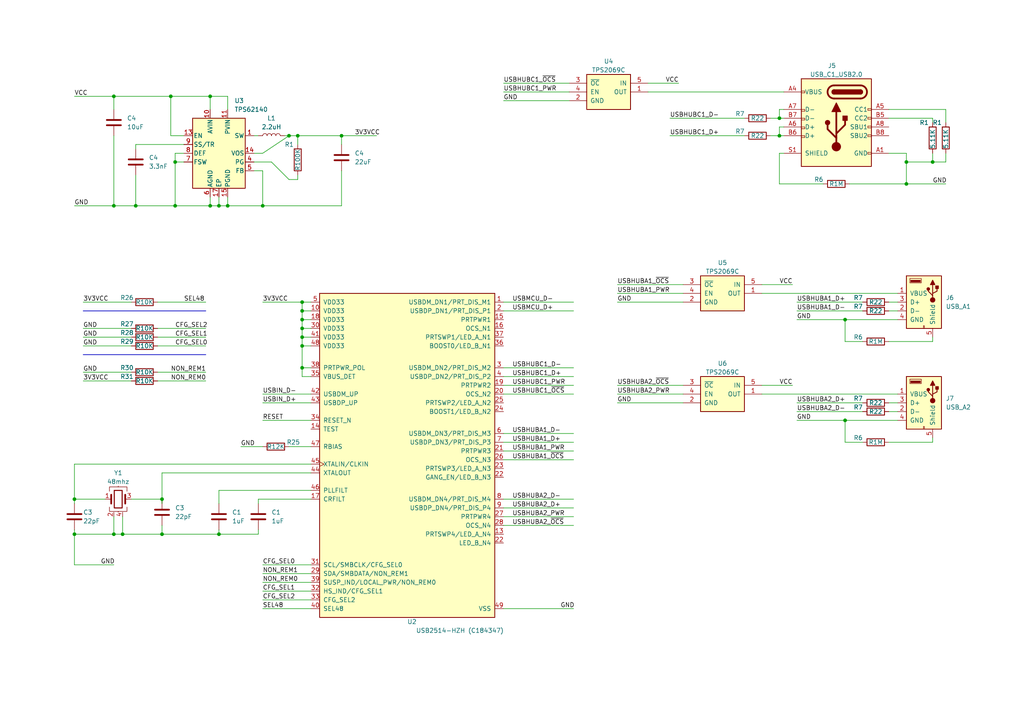
<source format=kicad_sch>
(kicad_sch (version 20230121) (generator eeschema)
  (paper "A4")
  (lib_symbols
    (symbol "Connector:USB_A" (pin_names (offset 1.016))
      (property "Reference" "J6" (at 6.35 1.27 0))
      (property "Value" "USB_A" (at 6.35 -1.27 0))
      (symbol "USB_A_0_1"
        (rectangle (start -5.08 7.62) (end 5.08 -7.62) (stroke (width 0.254)) (fill (type background)))
        (rectangle (start -3.81 6.35) (end -1.016 5.842) (fill (type outline)))
        (rectangle (start -0.762 5.588) (end -4.064 6.858))
        (rectangle (start -0.127 -7.62) (end 0.127 -6.858))
        (polyline (pts (xy 1.905 5.08) (xy 3.175 5.08) (xy 2.54 6.35) (xy 1.905 5.08)) (stroke (width 0.254)) (fill (type outline)))
        (polyline (pts (xy 2.54 1.27) (xy 2.54 1.905) (xy 1.27 3.175) (xy 1.27 3.81)) (stroke (width 0.254)))
        (polyline (pts (xy 2.54 1.905) (xy 2.54 2.54) (xy 3.81 3.175) (xy 3.81 4.445)) (stroke (width 0.254)))
        (circle (center 1.27 3.81) (radius 0.381) (stroke (width 0.254)) (fill (type outline)))
        (circle (center 2.54 0.635) (radius 0.635) (stroke (width 0.254)) (fill (type outline)))
        (rectangle (start 3.429 4.699) (end 4.191 3.937) (stroke (width 0.254)) (fill (type outline)))
      )
      (symbol "USB_A_1_1"
        (polyline (pts (xy 2.54 2.54) (xy 2.54 5.08)) (stroke (width 0.254)))
        (pin power_in line (at -7.62 2.54 0) (length 2.54) (name "VBUS") (number "1"))
        (pin bidirectional line (at -7.62 -2.54 0) (length 2.54) (name "D-") (number "2"))
        (pin bidirectional line (at -7.62 0 0) (length 2.54) (name "D+") (number "3"))
        (pin power_in line (at -7.62 -5.08 0) (length 2.54) (name "GND") (number "4"))
        (pin passive line (at 2.54 -10.16 90) (length 2.54) (name "Shield") (number "5"))
      )
    )
    (symbol "Connector:USB_C_Receptacle_USB2.0" (pin_names (offset 1.016))
      (property "Reference" "J5" (at -1.27 15.24 0))
      (property "Value" "USB_C1_USB2.0" (at 0 13.97 0))
      (symbol "USB_C_Receptacle_USB2.0_0_0"
        (rectangle (start -10.16 3.81) (end -9.144 3.302))
        (rectangle (start -10.16 8.636) (end -9.144 9.144))
        (rectangle (start -9.144 -3.81) (end -10.16 -4.318))
        (rectangle (start -9.144 -1.27) (end -10.16 -1.778))
        (rectangle (start -9.144 1.27) (end -10.16 0.762))
        (rectangle (start 10.16 -9.144) (end 9.144 -8.636))
        (rectangle (start 10.16 -3.556) (end 9.144 -4.064))
        (rectangle (start 10.16 -1.016) (end 9.144 -1.524))
        (rectangle (start 10.16 1.524) (end 9.144 1.016))
        (rectangle (start 10.16 4.064) (end 9.144 3.556))
      )
      (symbol "USB_C_Receptacle_USB2.0_0_1"
        (rectangle (start -10.16 12.7) (end 10.16 -12.7) (stroke (width 0.254)) (fill (type background)))
        (circle (center -2.54 0) (radius 0.635) (stroke (width 0.254)) (fill (type outline)))
        (arc (start -0.635 9.525) (mid -1.2673 8.89) (end -0.635 8.255) (stroke (width 0.254)))
        (arc (start -0.635 9.525) (mid -1.2673 8.89) (end -0.635 8.255) (stroke (width 0.254)) (fill (type outline)))
        (arc (start -0.635 10.795) (mid -2.5317 8.89) (end -0.635 6.985) (stroke (width 0.508)))
        (circle (center 0 -6.985) (radius 1.27) (fill (type outline)))
        (polyline (pts (xy -0.635 10.795) (xy 6.985 10.795)) (stroke (width 0.508)))
        (polyline (pts (xy 0 -6.985) (xy 0 3.175)) (stroke (width 0.508)))
        (polyline (pts (xy 6.985 6.985) (xy -0.635 6.985)) (stroke (width 0.508)))
        (polyline (pts (xy 0 -4.445) (xy -2.54 -1.905) (xy -2.54 -0.635)) (stroke (width 0.508)))
        (polyline (pts (xy 0 -3.175) (xy 2.54 -0.635) (xy 2.54 0.635)) (stroke (width 0.508)))
        (polyline (pts (xy -1.27 3.175) (xy 0 5.715) (xy 1.27 3.175) (xy -1.27 3.175)) (stroke (width 0.254)) (fill (type outline)))
        (rectangle (start 1.905 0.635) (end 3.175 1.905) (stroke (width 0.254)) (fill (type outline)))
        (arc (start 6.985 6.985) (mid 8.8817 8.89) (end 6.985 10.795) (stroke (width 0.508)))
        (rectangle (start 6.985 8.255) (end -0.635 9.525) (stroke (width 0.254)) (fill (type outline)))
        (arc (start 6.985 8.255) (mid 7.6173 8.89) (end 6.985 9.525) (stroke (width 0.254)))
        (arc (start 6.985 8.255) (mid 7.6173 8.89) (end 6.985 9.525) (stroke (width 0.254)) (fill (type outline)))
      )
      (symbol "USB_C_Receptacle_USB2.0_1_1"
        (pin passive line (at 15.24 -8.89 180) (length 5.08) (name "GND") (number "A1"))
        (pin passive line (at 15.24 -8.89 180) (length 5.08) hide (name "GND") (number "A12"))
        (pin passive line (at -15.24 8.89 0) (length 5.08) (name "VBUS") (number "A4"))
        (pin bidirectional line (at 15.24 3.81 180) (length 5.08) (name "CC1") (number "A5"))
        (pin bidirectional line (at -15.24 -1.27 0) (length 5.08) (name "D+") (number "A6"))
        (pin bidirectional line (at -15.24 3.81 0) (length 5.08) (name "D-") (number "A7"))
        (pin bidirectional line (at 15.24 -1.27 180) (length 5.08) (name "SBU1") (number "A8"))
        (pin passive line (at -15.24 8.89 0) (length 5.08) hide (name "VBUS") (number "A9"))
        (pin passive line (at 15.24 -8.89 180) (length 5.08) hide (name "GND") (number "B1"))
        (pin passive line (at 15.24 -8.89 180) (length 5.08) hide (name "GND") (number "B12"))
        (pin passive line (at -15.24 8.89 0) (length 5.08) hide (name "VBUS") (number "B4"))
        (pin bidirectional line (at 15.24 1.27 180) (length 5.08) (name "CC2") (number "B5"))
        (pin bidirectional line (at -15.24 -3.81 0) (length 5.08) (name "D+") (number "B6"))
        (pin bidirectional line (at -15.24 1.27 0) (length 5.08) (name "D-") (number "B7"))
        (pin bidirectional line (at 15.24 -3.81 180) (length 5.08) (name "SBU2") (number "B8"))
        (pin passive line (at -15.24 8.89 0) (length 5.08) hide (name "VBUS") (number "B9"))
        (pin passive line (at -15.24 -8.89 0) (length 5.08) (name "SHIELD") (number "S1"))
      )
    )
    (symbol "Device:C" (pin_numbers hide) (pin_names (offset 0.254))
      (property "Reference" "C" (at 0.635 2.54 0))
      (property "Value" "C" (at 0.635 -2.54 0))
      (symbol "C_0_1"
        (polyline (pts (xy -2.032 -0.762) (xy 2.032 -0.762)) (stroke (width 0.508)))
        (polyline (pts (xy -2.032 0.762) (xy 2.032 0.762)) (stroke (width 0.508)))
      )
      (symbol "C_1_1"
        (pin passive line (at 0 3.81 270) (length 2.794) (name "~") (number "1"))
        (pin passive line (at 0 -3.81 90) (length 2.794) (name "~") (number "2"))
      )
    )
    (symbol "Device:Crystal_GND24" (pin_names (offset 1.016) hide)
      (property "Reference" "Y1" (at 11.43 4.1909 0))
      (property "Value" "Crystal_GND24" (at 11.43 1.6509 0))
      (symbol "Crystal_GND24_0_1"
        (rectangle (start -1.143 2.54) (end 1.143 -2.54) (stroke (width 0.3048)))
        (polyline (pts (xy -2.54 0) (xy -2.032 0)))
        (polyline (pts (xy -2.032 -1.27) (xy -2.032 1.27)) (stroke (width 0.508)))
        (polyline (pts (xy 0 -3.81) (xy 0 -3.556)))
        (polyline (pts (xy 0 3.556) (xy 0 3.81)))
        (polyline (pts (xy 2.032 -1.27) (xy 2.032 1.27)) (stroke (width 0.508)))
        (polyline (pts (xy 2.032 0) (xy 2.54 0)))
        (polyline (pts (xy -2.54 -2.286) (xy -2.54 -3.556) (xy 2.54 -3.556) (xy 2.54 -2.286)))
        (polyline (pts (xy -2.54 2.286) (xy -2.54 3.556) (xy 2.54 3.556) (xy 2.54 2.286)))
      )
      (symbol "Crystal_GND24_1_1"
        (pin passive line (at -3.81 0 0) (length 1.27) (name "1") (number "1"))
        (pin passive line (at -1.27 -5.08 90) (length 1.27) (name "2") (number "2"))
        (pin passive line (at 3.81 0 180) (length 1.27) (name "3") (number "3"))
        (pin passive line (at 1.27 -5.08 90) (length 1.27) (name "4") (number "4"))
      )
    )
    (symbol "Device:L" (pin_numbers hide) (pin_names (offset 1.016) hide)
      (property "Reference" "L" (at -1.27 0 90))
      (property "Value" "L" (at 1.905 0 90))
      (symbol "L_0_1"
        (arc (start 0 -2.54) (mid 0.6323 -1.905) (end 0 -1.27))
        (arc (start 0 -1.27) (mid 0.6323 -0.635) (end 0 0))
        (arc (start 0 0) (mid 0.6323 0.635) (end 0 1.27))
        (arc (start 0 1.27) (mid 0.6323 1.905) (end 0 2.54))
      )
      (symbol "L_1_1"
        (pin passive line (at 0 3.81 270) (length 1.27) (name "1") (number "1"))
        (pin passive line (at 0 -3.81 90) (length 1.27) (name "2") (number "2"))
      )
    )
    (symbol "Device:R" (pin_numbers hide) (pin_names (offset 0))
      (property "Reference" "R" (at 2.032 0 90))
      (property "Value" "R" (at 0 0 90))
      (symbol "R_0_1"
        (rectangle (start -1.016 -2.54) (end 1.016 2.54) (stroke (width 0.254)))
      )
      (symbol "R_1_1"
        (pin passive line (at 0 3.81 270) (length 1.27) (name "~") (number "1"))
        (pin passive line (at 0 -3.81 90) (length 1.27) (name "~") (number "2"))
      )
    )
    (symbol "Interface_USB:USB2514B_Bi" (pin_names (offset 1.016))
      (property "Reference" "U2" (at 0 -48.26 0))
      (property "Value" "USB2514-HZH (C184347)" (at 2.54 -50.8 0))
      (symbol "USB2514B_Bi_0_1"
        (rectangle (start -25.4 46.99) (end 25.4 -46.99) (stroke (width 0.254)) (fill (type background)))
      )
      (symbol "USB2514B_Bi_1_1"
        (pin bidirectional line (at 27.94 44.45 180) (length 2.54) (name "USBDM_DN1/PRT_DIS_M1") (number "1"))
        (pin power_in line (at -27.94 41.91 0) (length 2.54) (name "VDD33") (number "10"))
        (pin bidirectional line (at 27.94 -22.86 180) (length 2.54) (name "PRTSWP4/LED_A_N4") (number "13"))
        (pin input line (at -27.94 7.62 0) (length 2.54) (name "TEST") (number "14"))
        (pin bidirectional line (at 27.94 39.37 180) (length 2.54) (name "PRTPWR1") (number "15"))
        (pin input line (at 27.94 36.83 180) (length 2.54) (name "OCS_N1") (number "16"))
        (pin input line (at -27.94 -12.7 0) (length 2.54) (name "CRFILT") (number "17"))
        (pin power_in line (at -27.94 39.37 0) (length 2.54) (name "VDD33") (number "18"))
        (pin bidirectional line (at 27.94 20.32 180) (length 2.54) (name "PRTPWR2") (number "19"))
        (pin bidirectional line (at 27.94 41.91 180) (length 2.54) (name "USBDP_DN1/PRT_DIS_P1") (number "2"))
        (pin input line (at 27.94 17.78 180) (length 2.54) (name "OCS_N2") (number "20"))
        (pin bidirectional line (at 27.94 1.27 180) (length 2.54) (name "PRTPWR3") (number "21"))
        (pin bidirectional line (at 27.94 -6.35 180) (length 2.54) (name "GANG_EN/LED_B_N3") (number "22"))
        (pin bidirectional line (at 27.94 -25.4 180) (length 2.54) (name "LED_B_N4") (number "22"))
        (pin bidirectional line (at 27.94 -3.81 180) (length 2.54) (name "PRTSWP3/LED_A_N3") (number "23"))
        (pin bidirectional line (at 27.94 12.7 180) (length 2.54) (name "BOOST1/LED_B_N2") (number "24"))
        (pin bidirectional line (at 27.94 15.24 180) (length 2.54) (name "PRTSWP2/LED_A_N2") (number "25"))
        (pin input line (at 27.94 -1.27 180) (length 2.54) (name "OCS_N3") (number "26"))
        (pin bidirectional line (at 27.94 -17.78 180) (length 2.54) (name "PRTPWR4") (number "27"))
        (pin input line (at 27.94 -20.32 180) (length 2.54) (name "OCS_N4") (number "28"))
        (pin bidirectional line (at -27.94 -34.29 0) (length 2.54) (name "SDA/SMBDATA/NON_REM1") (number "29"))
        (pin bidirectional line (at 27.94 25.4 180) (length 2.54) (name "USBDM_DN2/PRT_DIS_M2") (number "3"))
        (pin power_in line (at -27.94 36.83 0) (length 2.54) (name "VDD33") (number "30"))
        (pin bidirectional line (at -27.94 -31.75 0) (length 2.54) (name "SCL/SMBCLK/CFG_SEL0") (number "31"))
        (pin bidirectional line (at -27.94 -39.37 0) (length 2.54) (name "HS_IND/CFG_SEL1") (number "32"))
        (pin bidirectional line (at -27.94 -41.91 0) (length 2.54) (name "CFG_SEL2") (number "33"))
        (pin input line (at -27.94 10.16 0) (length 2.54) (name "RESET_N") (number "34"))
        (pin input line (at -27.94 22.86 0) (length 2.54) (name "VBUS_DET") (number "35"))
        (pin bidirectional line (at 27.94 31.75 180) (length 2.54) (name "BOOST0/LED_B_N1") (number "36"))
        (pin bidirectional line (at 27.94 34.29 180) (length 2.54) (name "PRTSWP1/LED_A_N1") (number "37"))
        (pin input line (at -27.94 25.4 0) (length 2.54) (name "PRTPWR_POL") (number "38"))
        (pin bidirectional line (at -27.94 -36.83 0) (length 2.54) (name "SUSP_IND/LOCAL_PWR/NON_REM0") (number "39"))
        (pin bidirectional line (at 27.94 22.86 180) (length 2.54) (name "USBDP_DN2/PRT_DIS_P2") (number "4"))
        (pin bidirectional line (at -27.94 -44.45 0) (length 2.54) (name "SEL48") (number "40"))
        (pin power_in line (at -27.94 34.29 0) (length 2.54) (name "VDD33") (number "41"))
        (pin bidirectional line (at -27.94 17.78 0) (length 2.54) (name "USBDM_UP") (number "42"))
        (pin bidirectional line (at -27.94 15.24 0) (length 2.54) (name "USBDP_UP") (number "43"))
        (pin output line (at -27.94 -5.08 0) (length 2.54) (name "XTALOUT") (number "44"))
        (pin input clock (at -27.94 -2.54 0) (length 2.54) (name "XTALIN/CLKIN") (number "45"))
        (pin input line (at -27.94 -10.16 0) (length 2.54) (name "PLLFILT") (number "46"))
        (pin input line (at -27.94 2.54 0) (length 2.54) (name "RBIAS") (number "47"))
        (pin power_in line (at -27.94 31.75 0) (length 2.54) (name "VDD33") (number "48"))
        (pin power_in line (at 27.94 -44.45 180) (length 2.54) (name "VSS") (number "49"))
        (pin power_in line (at -27.94 44.45 0) (length 2.54) (name "VDD33") (number "5"))
        (pin bidirectional line (at 27.94 6.35 180) (length 2.54) (name "USBDM_DN3/PRT_DIS_M3") (number "6"))
        (pin bidirectional line (at 27.94 3.81 180) (length 2.54) (name "USBDP_DN3/PRT_DIS_P3") (number "7"))
        (pin bidirectional line (at 27.94 -12.7 180) (length 2.54) (name "USBDM_DN4/PRT_DIS_M4") (number "8"))
        (pin bidirectional line (at 27.94 -15.24 180) (length 2.54) (name "USBDP_DN4/PRT_DIS_P4") (number "9"))
      )
    )
    (symbol "Power_Management:TPS2041B" (pin_names (offset 1.016))
      (property "Reference" "U4" (at 0 8.89 0))
      (property "Value" "TPS2069C" (at 0 6.35 0))
      (symbol "TPS2041B_0_1"
        (rectangle (start -6.35 5.08) (end 6.35 -5.08) (stroke (width 0.254)) (fill (type background)))
      )
      (symbol "TPS2041B_1_1"
        (pin power_out line (at 11.43 0 180) (length 5.08) (name "OUT") (number "1"))
        (pin power_in line (at -11.43 -2.54 0) (length 5.08) (name "GND") (number "2"))
        (pin open_collector line (at -11.43 2.54 0) (length 5.08) (name "~{OC}") (number "3"))
        (pin input line (at -11.43 0 0) (length 5.08) (name "EN") (number "4"))
        (pin power_in line (at 11.43 2.54 180) (length 5.08) (name "IN") (number "5"))
      )
    )
    (symbol "R_1" (pin_numbers hide) (pin_names (offset 0))
      (property "Reference" "R35" (at -1.27 2.54 90))
      (property "Value" "5.11K" (at 0 -3.81 90))
      (symbol "R_1_0_1"
        (rectangle (start -1.016 2.54) (end 1.016 -3.81) (stroke (width 0.254)))
      )
      (symbol "R_1_1_1"
        (pin passive line (at 0 3.81 270) (length 1.27) (name "~") (number "1"))
        (pin passive line (at 0 -5.08 90) (length 1.27) (name "~") (number "2"))
      )
    )
    (symbol "Regulator_Switching:TPS62140" (pin_names (offset 0.254))
      (property "Reference" "U" (at 3.81 13.97 0))
      (property "Value" "TPS62140" (at 3.81 11.43 0))
      (symbol "TPS62140_0_1"
        (rectangle (start -7.62 10.16) (end 7.62 -10.16) (stroke (width 0.254)) (fill (type background)))
      )
      (symbol "TPS62140_1_1"
        (pin output line (at 10.16 5.08 180) (length 2.54) (name "SW") (number "1"))
        (pin power_in line (at -2.54 12.7 270) (length 2.54) (name "AVIN") (number "10"))
        (pin power_in line (at 2.54 12.7 270) (length 2.54) (name "PVIN") (number "11"))
        (pin passive line (at 2.54 12.7 270) (length 2.54) hide (name "PVIN") (number "12"))
        (pin input line (at -10.16 5.08 0) (length 2.54) (name "EN") (number "13"))
        (pin input line (at 10.16 0 180) (length 2.54) (name "VOS") (number "14"))
        (pin power_in line (at 2.54 -12.7 90) (length 2.54) (name "PGND") (number "15"))
        (pin passive line (at 2.54 -12.7 90) (length 2.54) hide (name "PGND") (number "16"))
        (pin power_in line (at 0 -12.7 90) (length 2.54) (name "EP") (number "17"))
        (pin passive line (at 10.16 5.08 180) (length 2.54) hide (name "SW") (number "2"))
        (pin passive line (at 10.16 5.08 180) (length 2.54) hide (name "SW") (number "3"))
        (pin open_collector line (at 10.16 -2.54 180) (length 2.54) (name "PG") (number "4"))
        (pin input line (at 10.16 -5.08 180) (length 2.54) (name "FB") (number "5"))
        (pin power_in line (at -2.54 -12.7 90) (length 2.54) (name "AGND") (number "6"))
        (pin input line (at -10.16 -2.54 0) (length 2.54) (name "FSW") (number "7"))
        (pin input line (at -10.16 0 0) (length 2.54) (name "DEF") (number "8"))
        (pin input line (at -10.16 2.54 0) (length 2.54) (name "SS/TR") (number "9"))
      )
    )
  )
  (junction (at 21.59 154.94))
  (junction (at 60.96 59.69))
  (junction (at 87.63 106.68))
  (junction (at 39.37 59.69))
  (junction (at 87.63 90.17))
  (junction (at 245.11 92.71))
  (junction (at 50.8 59.69))
  (junction (at 33.02 154.94))
  (junction (at 87.63 97.79))
  (junction (at 226.06 34.29))
  (junction (at 99.06 39.37))
  (junction (at 87.63 92.71))
  (junction (at 50.8 46.99))
  (junction (at 226.06 39.37))
  (junction (at 60.96 27.94))
  (junction (at 83.82 39.37))
  (junction (at 46.99 154.94))
  (junction (at 63.5 154.94))
  (junction (at 87.63 95.25))
  (junction (at 35.56 154.94))
  (junction (at 33.02 27.94))
  (junction (at 66.04 59.69))
  (junction (at 63.5 59.69))
  (junction (at 49.53 27.94))
  (junction (at 33.02 59.69))
  (junction (at 270.51 46.99))
  (junction (at 21.59 144.78))
  (junction (at 87.63 87.63))
  (junction (at 245.11 121.92))
  (junction (at 262.89 53.34))
  (junction (at 87.63 100.33))
  (junction (at 86.36 39.37))
  (junction (at 46.99 144.78))
  (junction (at 262.89 46.99))
  (junction (at 76.2 59.69))
  (wire (pts (xy 76.2 116.84) (xy 90.17 116.84)))
  (wire (pts (xy 66.04 31.75) (xy 66.04 27.94)))
  (wire (pts (xy 90.17 92.71) (xy 87.63 92.71)))
  (wire (pts (xy 21.59 144.78) (xy 30.48 144.78)))
  (wire (pts (xy 245.11 99.06) (xy 245.11 92.71)))
  (wire (pts (xy 187.96 24.13) (xy 196.85 24.13)))
  (wire (pts (xy 63.5 142.24) (xy 63.5 146.05)))
  (wire (pts (xy 146.05 111.76) (xy 166.37 111.76)))
  (wire (pts (xy 187.96 26.67) (xy 227.33 26.67)))
  (wire (pts (xy 227.33 39.37) (xy 226.06 39.37)))
  (wire (pts (xy 179.07 111.76) (xy 198.12 111.76)))
  (wire (pts (xy 69.85 129.54) (xy 76.2 129.54)))
  (wire (pts (xy 63.5 154.94) (xy 46.99 154.94)))
  (wire (pts (xy 226.06 53.34) (xy 238.76 53.34)))
  (wire (pts (xy 146.05 133.35) (xy 166.37 133.35)))
  (wire (pts (xy 83.82 129.54) (xy 90.17 129.54)))
  (wire (pts (xy 257.81 128.27) (xy 270.51 128.27)))
  (wire (pts (xy 223.52 39.37) (xy 226.06 39.37)))
  (wire (pts (xy 245.11 92.71) (xy 260.35 92.71)))
  (wire (pts (xy 262.89 46.99) (xy 270.51 46.99)))
  (wire (pts (xy 194.31 34.29) (xy 215.9 34.29)))
  (wire (pts (xy 63.5 57.15) (xy 63.5 59.69)))
  (wire (pts (xy 226.06 31.75) (xy 227.33 31.75)))
  (wire (pts (xy 33.02 149.86) (xy 33.02 154.94)))
  (wire (pts (xy 33.02 27.94) (xy 33.02 31.75)))
  (wire (pts (xy 60.96 31.75) (xy 60.96 27.94)))
  (wire (pts (xy 50.8 44.45) (xy 50.8 46.99)))
  (wire (pts (xy 21.59 59.69) (xy 33.02 59.69)))
  (wire (pts (xy 76.2 168.91) (xy 90.17 168.91)))
  (wire (pts (xy 257.81 99.06) (xy 270.51 99.06)))
  (wire (pts (xy 99.06 49.53) (xy 99.06 59.69)))
  (wire (pts (xy 39.37 50.8) (xy 39.37 59.69)))
  (wire (pts (xy 262.89 46.99) (xy 262.89 44.45)))
  (wire (pts (xy 87.63 106.68) (xy 90.17 106.68)))
  (wire (pts (xy 223.52 34.29) (xy 226.06 34.29)))
  (wire (pts (xy 60.96 59.69) (xy 60.96 57.15)))
  (wire (pts (xy 76.2 49.53) (xy 76.2 59.69)))
  (wire (pts (xy 270.51 99.06) (xy 270.51 97.79)))
  (wire (pts (xy 87.63 109.22) (xy 87.63 106.68)))
  (wire (pts (xy 226.06 36.83) (xy 227.33 36.83)))
  (wire (pts (xy 53.34 39.37) (xy 49.53 39.37)))
  (wire (pts (xy 99.06 41.91) (xy 99.06 39.37)))
  (wire (pts (xy 231.14 92.71) (xy 245.11 92.71)))
  (wire (pts (xy 226.06 44.45) (xy 226.06 53.34)))
  (wire (pts (xy 90.17 142.24) (xy 63.5 142.24)))
  (wire (pts (xy 146.05 128.27) (xy 166.37 128.27)))
  (wire (pts (xy 220.98 114.3) (xy 260.35 114.3)))
  (wire (pts (xy 87.63 100.33) (xy 87.63 106.68)))
  (wire (pts (xy 66.04 27.94) (xy 60.96 27.94)))
  (wire (pts (xy 45.72 97.79) (xy 59.69 97.79)))
  (wire (pts (xy 220.98 85.09) (xy 260.35 85.09)))
  (wire (pts (xy 73.66 44.45) (xy 76.2 44.45)))
  (wire (pts (xy 21.59 27.94) (xy 33.02 27.94)))
  (wire (pts (xy 21.59 134.62) (xy 90.17 134.62)))
  (wire (pts (xy 146.05 144.78) (xy 166.37 144.78)))
  (wire (pts (xy 49.53 39.37) (xy 49.53 27.94)))
  (wire (pts (xy 76.2 114.3) (xy 90.17 114.3)))
  (wire (pts (xy 270.51 34.29) (xy 270.51 35.56)))
  (wire (pts (xy 179.07 114.3) (xy 198.12 114.3)))
  (wire (pts (xy 146.05 125.73) (xy 166.37 125.73)))
  (wire (pts (xy 220.98 82.55) (xy 229.87 82.55)))
  (wire (pts (xy 270.51 128.27) (xy 270.51 127)))
  (wire (pts (xy 21.59 146.05) (xy 21.59 144.78)))
  (wire (pts (xy 74.93 39.37) (xy 73.66 39.37)))
  (wire (pts (xy 60.96 27.94) (xy 49.53 27.94)))
  (wire (pts (xy 146.05 176.53) (xy 166.37 176.53)))
  (wire (pts (xy 146.05 90.17) (xy 166.37 90.17)))
  (wire (pts (xy 245.11 121.92) (xy 260.35 121.92)))
  (wire (pts (xy 39.37 59.69) (xy 50.8 59.69)))
  (wire (pts (xy 63.5 153.67) (xy 63.5 154.94)))
  (wire (pts (xy 262.89 53.34) (xy 274.32 53.34)))
  (wire (pts (xy 87.63 97.79) (xy 90.17 97.79)))
  (wire (pts (xy 45.72 95.25) (xy 59.69 95.25)))
  (wire (pts (xy 99.06 39.37) (xy 109.22 39.37)))
  (wire (pts (xy 87.63 90.17) (xy 87.63 92.71)))
  (wire (pts (xy 24.13 95.25) (xy 38.1 95.25)))
  (wire (pts (xy 76.2 171.45) (xy 90.17 171.45)))
  (wire (pts (xy 250.19 128.27) (xy 245.11 128.27)))
  (wire (pts (xy 257.81 116.84) (xy 260.35 116.84)))
  (wire (pts (xy 76.2 176.53) (xy 90.17 176.53)))
  (wire (pts (xy 21.59 154.94) (xy 21.59 153.67)))
  (wire (pts (xy 74.93 154.94) (xy 63.5 154.94)))
  (wire (pts (xy 24.13 107.95) (xy 38.1 107.95)))
  (wire (pts (xy 24.13 87.63) (xy 38.1 87.63)))
  (wire (pts (xy 257.81 90.17) (xy 260.35 90.17)))
  (wire (pts (xy 220.98 111.76) (xy 229.87 111.76)))
  (wire (pts (xy 90.17 144.78) (xy 74.93 144.78)))
  (wire (pts (xy 231.14 119.38) (xy 250.19 119.38)))
  (wire (pts (xy 35.56 149.86) (xy 35.56 154.94)))
  (wire (pts (xy 76.2 87.63) (xy 87.63 87.63)))
  (wire (pts (xy 226.06 34.29) (xy 226.06 31.75)))
  (wire (pts (xy 231.14 116.84) (xy 250.19 116.84)))
  (wire (pts (xy 82.55 39.37) (xy 83.82 39.37)))
  (wire (pts (xy 45.72 110.49) (xy 59.69 110.49)))
  (wire (pts (xy 231.14 121.92) (xy 245.11 121.92)))
  (wire (pts (xy 87.63 87.63) (xy 87.63 90.17)))
  (wire (pts (xy 53.34 46.99) (xy 50.8 46.99)))
  (wire (pts (xy 90.17 95.25) (xy 87.63 95.25)))
  (wire (pts (xy 146.05 152.4) (xy 166.37 152.4)))
  (wire (pts (xy 257.81 31.75) (xy 274.32 31.75)))
  (wire (pts (xy 46.99 144.78) (xy 46.99 137.16)))
  (wire (pts (xy 83.82 52.07) (xy 86.36 52.07)))
  (wire (pts (xy 270.51 44.45) (xy 270.51 46.99)))
  (wire (pts (xy 179.07 82.55) (xy 198.12 82.55)))
  (wire (pts (xy 274.32 31.75) (xy 274.32 35.56)))
  (wire (pts (xy 99.06 59.69) (xy 76.2 59.69)))
  (wire (pts (xy 194.31 39.37) (xy 215.9 39.37)))
  (wire (pts (xy 73.66 49.53) (xy 76.2 49.53)))
  (wire (pts (xy 90.17 87.63) (xy 87.63 87.63)))
  (wire (pts (xy 146.05 149.86) (xy 166.37 149.86)))
  (wire (pts (xy 35.56 154.94) (xy 46.99 154.94)))
  (wire (pts (xy 246.38 53.34) (xy 262.89 53.34)))
  (wire (pts (xy 76.2 121.92) (xy 90.17 121.92)))
  (wire (pts (xy 90.17 109.22) (xy 87.63 109.22)))
  (wire (pts (xy 250.19 99.06) (xy 245.11 99.06)))
  (wire (pts (xy 33.02 154.94) (xy 35.56 154.94)))
  (wire (pts (xy 257.81 87.63) (xy 260.35 87.63)))
  (wire (pts (xy 227.33 44.45) (xy 226.06 44.45)))
  (wire (pts (xy 146.05 147.32) (xy 166.37 147.32)))
  (wire (pts (xy 76.2 163.83) (xy 90.17 163.83)))
  (wire (pts (xy 21.59 163.83) (xy 33.02 163.83)))
  (wire (pts (xy 257.81 34.29) (xy 270.51 34.29)))
  (wire (pts (xy 45.72 87.63) (xy 59.69 87.63)))
  (wire (pts (xy 274.32 44.45) (xy 274.32 46.99)))
  (wire (pts (xy 76.2 44.45) (xy 83.82 39.37)))
  (wire (pts (xy 33.02 39.37) (xy 33.02 59.69)))
  (wire (pts (xy 24.13 110.49) (xy 38.1 110.49)))
  (wire (pts (xy 76.2 166.37) (xy 90.17 166.37)))
  (wire (pts (xy 227.33 34.29) (xy 226.06 34.29)))
  (wire (pts (xy 86.36 41.91) (xy 86.36 39.37)))
  (wire (pts (xy 78.74 46.99) (xy 83.82 52.07)))
  (wire (pts (xy 53.34 41.91) (xy 39.37 41.91)))
  (wire (pts (xy 45.72 107.95) (xy 59.69 107.95)))
  (wire (pts (xy 46.99 152.4) (xy 46.99 154.94)))
  (wire (pts (xy 146.05 29.21) (xy 165.1 29.21)))
  (wire (pts (xy 45.72 100.33) (xy 59.69 100.33)))
  (wire (pts (xy 33.02 27.94) (xy 49.53 27.94)))
  (wire (pts (xy 87.63 100.33) (xy 87.63 97.79)))
  (wire (pts (xy 226.06 39.37) (xy 226.06 36.83)))
  (wire (pts (xy 21.59 134.62) (xy 21.59 144.78)))
  (wire (pts (xy 90.17 100.33) (xy 87.63 100.33)))
  (wire (pts (xy 270.51 46.99) (xy 274.32 46.99)))
  (wire (pts (xy 74.93 144.78) (xy 74.93 146.05)))
  (wire (pts (xy 38.1 144.78) (xy 46.99 144.78)))
  (wire (pts (xy 46.99 146.05) (xy 46.99 144.78)))
  (wire (pts (xy 24.13 100.33) (xy 38.1 100.33)))
  (wire (pts (xy 146.05 130.81) (xy 166.37 130.81)))
  (wire (pts (xy 39.37 41.91) (xy 39.37 43.18)))
  (wire (pts (xy 66.04 57.15) (xy 66.04 59.69)))
  (wire (pts (xy 179.07 87.63) (xy 198.12 87.63)))
  (wire (pts (xy 146.05 109.22) (xy 166.37 109.22)))
  (wire (pts (xy 21.59 154.94) (xy 33.02 154.94)))
  (wire (pts (xy 86.36 52.07) (xy 86.36 50.8)))
  (wire (pts (xy 90.17 90.17) (xy 87.63 90.17)))
  (wire (pts (xy 76.2 59.69) (xy 66.04 59.69)))
  (wire (pts (xy 231.14 87.63) (xy 250.19 87.63)))
  (wire (pts (xy 53.34 44.45) (xy 50.8 44.45)))
  (wire (pts (xy 87.63 95.25) (xy 87.63 97.79)))
  (wire (pts (xy 146.05 114.3) (xy 166.37 114.3)))
  (wire (pts (xy 63.5 59.69) (xy 60.96 59.69)))
  (wire (pts (xy 83.82 39.37) (xy 86.36 39.37)))
  (wire (pts (xy 86.36 39.37) (xy 99.06 39.37)))
  (wire (pts (xy 50.8 59.69) (xy 60.96 59.69)))
  (wire (pts (xy 245.11 128.27) (xy 245.11 121.92)))
  (wire (pts (xy 66.04 59.69) (xy 63.5 59.69)))
  (wire (pts (xy 146.05 106.68) (xy 166.37 106.68)))
  (wire (pts (xy 76.2 173.99) (xy 90.17 173.99)))
  (wire (pts (xy 50.8 46.99) (xy 50.8 59.69)))
  (wire (pts (xy 74.93 153.67) (xy 74.93 154.94)))
  (wire (pts (xy 231.14 90.17) (xy 250.19 90.17)))
  (wire (pts (xy 39.37 59.69) (xy 33.02 59.69)))
  (wire (pts (xy 146.05 26.67) (xy 165.1 26.67)))
  (wire (pts (xy 262.89 46.99) (xy 262.89 53.34)))
  (wire (pts (xy 24.13 97.79) (xy 38.1 97.79)))
  (wire (pts (xy 179.07 85.09) (xy 198.12 85.09)))
  (wire (pts (xy 257.81 119.38) (xy 260.35 119.38)))
  (wire (pts (xy 146.05 24.13) (xy 165.1 24.13)))
  (wire (pts (xy 179.07 116.84) (xy 198.12 116.84)))
  (wire (pts (xy 46.99 137.16) (xy 90.17 137.16)))
  (wire (pts (xy 73.66 46.99) (xy 78.74 46.99)))
  (wire (pts (xy 21.59 154.94) (xy 21.59 163.83)))
  (wire (pts (xy 257.81 44.45) (xy 262.89 44.45)))
  (wire (pts (xy 146.05 87.63) (xy 166.37 87.63)))
  (wire (pts (xy 87.63 92.71) (xy 87.63 95.25)))
  (rectangle (start 24.13 102.87) (end 59.69 102.87) (stroke (width 0.2)))
  (rectangle (start 24.13 90.17) (end 59.69 90.17) (stroke (width 0.2)))
  (label "NON_REM1" (at 49.53 107.95 0))
  (label "USBHUBA2_~{OCS}" (at 179.07 111.76 0))
  (label "GND" (at 270.51 53.34 0))
  (label "3V3VCC" (at 76.2 87.63 0))
  (label "3V3VCC" (at 102.87 39.37 0))
  (label "USBHUBC1_D-" (at 148.59 106.68 0))
  (label "3V3VCC" (at 24.13 110.49 0))
  (label "GND" (at 69.85 129.54 0))
  (label "USBHUBC1_PWR" (at 146.05 26.67 0))
  (label "CFG_SEL2" (at 76.2 173.99 0))
  (label "GND" (at 162.56 176.53 0))
  (label "VCC" (at 226.06 111.76 0))
  (label "GND" (at 24.13 95.25 0))
  (label "VCC" (at 193.04 24.13 0))
  (label "USBHUBA1_D-" (at 231.14 90.17 0))
  (label "USBHUBA1_~{OCS}" (at 148.59 133.35 0))
  (label "VCC" (at 21.59 27.94 0))
  (label "USBHUBA1_~{OCS}" (at 179.07 82.55 0))
  (label "CFG_SEL1" (at 76.2 171.45 0))
  (label "GND" (at 179.07 116.84 0))
  (label "GND" (at 231.14 121.92 0))
  (label "GND" (at 231.14 92.71 0))
  (label "USBMCU_D+" (at 148.59 90.17 0))
  (label "CFG_SEL0" (at 76.2 163.83 0))
  (label "NON_REM0" (at 49.53 110.49 0))
  (label "CFG_SEL0" (at 50.8 100.33 0))
  (label "GND" (at 21.59 59.69 0))
  (label "USBHUBA2_D+" (at 231.14 116.84 0))
  (label "GND" (at 179.07 87.63 0))
  (label "USBHUBC1_~{OCS}" (at 146.05 24.13 0))
  (label "USBIN_D+" (at 76.2 116.84 0))
  (label "NON_REM1" (at 76.2 166.37 0))
  (label "3V3VCC" (at 24.13 87.63 0))
  (label "GND" (at 24.13 100.33 0))
  (label "NON_REM0" (at 76.2 168.91 0))
  (label "RESET" (at 76.2 121.92 0))
  (label "USBIN_D-" (at 76.2 114.3 0))
  (label "USBHUBC1_PWR" (at 148.59 111.76 0))
  (label "USBHUBA2_D-" (at 148.59 144.78 0))
  (label "USBHUBC1_~{OCS}" (at 148.59 114.3 0))
  (label "USBHUBC1_D+" (at 194.31 39.37 0))
  (label "USBHUBA1_PWR" (at 179.07 85.09 0))
  (label "GND" (at 24.13 107.95 0))
  (label "VCC" (at 226.06 82.55 0))
  (label "USBHUBA1_D-" (at 148.59 125.73 0))
  (label "USBHUBA2_PWR" (at 179.07 114.3 0))
  (label "USBHUBA2_D-" (at 231.14 119.38 0))
  (label "CFG_SEL1" (at 50.8 97.79 0))
  (label "USBHUBA2_PWR" (at 148.59 149.86 0))
  (label "USBHUBA1_D+" (at 231.14 87.63 0))
  (label "USBHUBA2_~{OCS}" (at 148.59 152.4 0))
  (label "CFG_SEL2" (at 50.8 95.25 0))
  (label "USBHUBA1_PWR" (at 148.59 130.81 0))
  (label "GND" (at 146.05 29.21 0))
  (label "USBHUBC1_D-" (at 194.31 34.29 0))
  (label "SEL48" (at 53.34 87.63 0))
  (label "GND" (at 24.13 97.79 0))
  (label "GND" (at 29.21 163.83 0))
  (label "USBHUBA1_D+" (at 148.59 128.27 0))
  (label "USBHUBC1_D+" (at 148.59 109.22 0))
  (label "USBMCU_D-" (at 148.59 87.63 0))
  (label "USBHUBA2_D+" (at 148.59 147.32 0))
  (label "SEL48" (at 76.2 176.53 0))
  (symbol (lib_name "R_1") (lib_id "Device:R") (at 86.36 45.72 0) (unit 1)
    (property "Reference" "R1" (at 82.55 41.91 0) (effects (justify left)))
    (property "Value" "R100K" (at 86.36 49.53 90) (effects (justify left)))
    (property "Footprint" "Resistor_SMD:R_0402_1005Metric" (effects hide))
    (instances (project "keyboard" (path "" (reference "R1") (unit 1)) (path "" (reference "R24") (unit 1)) (path "" (reference "R60") (unit 1))))
  )
  (symbol (lib_name "R_1") (lib_id "Device:R") (at 274.32 39.37 0) (unit 1)
    (property "Reference" "R1" (at 270.51 35.56 0) (effects (justify left)))
    (property "Value" "5.11K" (at 274.32 43.18 90) (effects (justify left)))
    (property "Footprint" "Resistor_SMD:R_0402_1005Metric" (effects hide))
    (instances (project "keyboard" (path "" (reference "R1") (unit 1)) (path "" (reference "R36") (unit 1)) (path "" (reference "R61") (unit 1))))
  )
  (symbol (lib_id "Interface_USB:USB2514B_Bi") (at 118.11 132.08 0) (unit 1)
    (property "Reference" "U2" (at 118.11 180.34 0) (effects (justify left)))
    (property "Value" "USB2514-HZH (C184347)" (at 120.65 182.88 0) (effects (justify left)))
    (property "Footprint" "Package_DFN_QFN:VQFN-48-1EP_7x7mm_P0.5mm_EP4.1x4.1mm_ThermalVias" (effects hide))
    (property "Datasheet" "http://ww1.microchip.com/downloads/en/DeviceDoc/00001692C.pdf" (effects hide))
    (instances (project "keyboard" (path "" (reference "U2") (unit 1)) (path "" (reference "U8") (unit 1))))
  )
  (symbol (lib_id "Device:R") (at 41.91 97.79 90) (unit 1)
    (property "Reference" "R28" (at 36.83 96.52 90))
    (property "Value" "R10K" (at 41.91 97.79 90))
    (instances (project "keyboard" (path "" (reference "R28") (unit 1)) (path "" (reference "R45") (unit 1))))
  )
  (symbol (lib_id "Power_Management:TPS2041B") (at 209.55 85.09 0) (unit 1)
    (property "Reference" "U5" (at 209.55 76.2 0))
    (property "Value" "TPS2069C" (at 209.55 78.74 0))
    (property "Footprint" "Package_TO_SOT_SMD:SOT-23-5" (effects hide))
    (property "Datasheet" "http://www.ti.com/lit/ds/symlink/tps2041.pdf" (effects hide))
    (instances (project "keyboard" (path "" (reference "U5") (unit 1)) (path "" (reference "U10") (unit 1))))
  )
  (symbol (lib_name "R_1") (lib_id "Device:R") (at 270.51 39.37 0) (unit 1)
    (property "Reference" "R1" (at 266.7 35.56 0) (effects (justify left)))
    (property "Value" "5.11K" (at 270.51 43.18 90) (effects (justify left)))
    (property "Footprint" "Resistor_SMD:R_0402_1005Metric" (effects hide))
    (instances (project "keyboard" (path "" (reference "R1") (unit 1)) (path "" (reference "R35") (unit 1)) (path "" (reference "R60") (unit 1))))
  )
  (symbol (lib_id "Device:R") (at 219.71 39.37 90) (unit 1)
    (property "Reference" "R7" (at 214.63 38.1 90))
    (property "Value" "R22" (at 219.71 39.37 90))
    (property "Footprint" "Resistor_SMD:R_0402_1005Metric" (effects hide))
    (instances (project "keyboard" (path "" (reference "R7") (unit 1)) (path "" (reference "R34") (unit 1)) (path "" (reference "R52") (unit 1))))
  )
  (symbol (lib_id "Device:R") (at 254 119.38 90) (unit 1)
    (property "Reference" "R7" (at 248.92 118.11 90))
    (property "Value" "R22" (at 254 119.38 90))
    (property "Footprint" "Resistor_SMD:R_0402_1005Metric" (effects hide))
    (instances (project "keyboard" (path "" (reference "R7") (unit 1)) (path "" (reference "R40") (unit 1)) (path "" (reference "R58") (unit 1))))
  )
  (symbol (lib_id "Device:L") (at 78.74 39.37 90) (unit 1)
    (property "Reference" "L1" (at 78.74 34.29 90))
    (property "Value" "2.2uH" (at 78.74 36.83 90))
    (instances (project "keyboard" (path "" (reference "L1") (unit 1)) (path "" (reference "L2") (unit 1))))
  )
  (symbol (lib_id "Device:C") (at 39.37 46.99 0) (unit 1)
    (property "Reference" "C4" (at 43.18 45.72 0) (effects (justify left)))
    (property "Value" "3.3nF" (at 43.18 48.26 0) (effects (justify left)))
    (property "Footprint" "Capacitor_SMD:C_0402_1005Metric" (effects hide))
    (instances (project "keyboard" (path "" (reference "C4") (unit 1)) (path "" (reference "C29") (unit 1)) (path "" (reference "C37") (unit 1))))
  )
  (symbol (lib_id "Connector:USB_C_Receptacle_USB2.0") (at 242.57 35.56 0) (unit 1)
    (property "Reference" "J5" (at 241.3 19.05 0))
    (property "Value" "USB_C1_USB2.0" (at 242.57 21.59 0))
    (property "Footprint" "Connector_USB:USB_C_Receptacle_G-Switch_GT-USB-7010ASV" (effects hide))
    (property "Datasheet" "https://www.usb.org/sites/default/files/documents/usb_type-c.zip" (effects hide))
    (instances (project "keyboard" (path "" (reference "J5") (unit 1)) (path "" (reference "J5") (unit 1)) (path "" (reference "J8") (unit 1))))
  )
  (symbol (lib_id "Device:R") (at 41.91 100.33 90) (unit 1)
    (property "Reference" "R29" (at 36.83 99.06 90))
    (property "Value" "R10K" (at 41.91 100.33 90))
    (instances (project "keyboard" (path "" (reference "R29") (unit 1)) (path "" (reference "R46") (unit 1))))
  )
  (symbol (lib_id "Device:R") (at 254 128.27 90) (unit 1)
    (property "Reference" "R6" (at 248.92 127 90))
    (property "Value" "R1M" (at 254 128.27 90))
    (property "Footprint" "Resistor_SMD:R_0603_1608Metric" (effects hide))
    (instances (project "keyboard" (path "" (reference "R6") (unit 1)) (path "" (reference "R42") (unit 1)) (path "" (reference "R59") (unit 1))))
  )
  (symbol (lib_id "Device:R") (at 242.57 53.34 90) (unit 1)
    (property "Reference" "R6" (at 237.49 52.07 90))
    (property "Value" "R1M" (at 242.57 53.34 90))
    (property "Footprint" "Resistor_SMD:R_0603_1608Metric" (effects hide))
    (instances (project "keyboard" (path "" (reference "R6") (unit 1)) (path "" (reference "R32") (unit 1)) (path "" (reference "R53") (unit 1))))
  )
  (symbol (lib_id "Device:R") (at 254 116.84 90) (unit 1)
    (property "Reference" "R7" (at 248.92 115.57 90))
    (property "Value" "R22" (at 254 116.84 90))
    (property "Footprint" "Resistor_SMD:R_0402_1005Metric" (effects hide))
    (instances (project "keyboard" (path "" (reference "R7") (unit 1)) (path "" (reference "R39") (unit 1)) (path "" (reference "R57") (unit 1))))
  )
  (symbol (lib_id "Device:R") (at 41.91 110.49 90) (unit 1)
    (property "Reference" "R31" (at 36.83 109.22 90))
    (property "Value" "R10K" (at 41.91 110.49 90))
    (instances (project "keyboard" (path "" (reference "R31") (unit 1)) (path "" (reference "R48") (unit 1))))
  )
  (symbol (lib_id "Power_Management:TPS2041B") (at 209.55 114.3 0) (unit 1)
    (property "Reference" "U6" (at 209.55 105.41 0))
    (property "Value" "TPS2069C" (at 209.55 107.95 0))
    (property "Footprint" "Package_TO_SOT_SMD:SOT-23-5" (effects hide))
    (property "Datasheet" "http://www.ti.com/lit/ds/symlink/tps2041.pdf" (effects hide))
    (instances (project "keyboard" (path "" (reference "U6") (unit 1)) (path "" (reference "U11") (unit 1))))
  )
  (symbol (lib_id "Device:R") (at 41.91 87.63 90) (unit 1)
    (property "Reference" "R26" (at 36.83 86.36 90))
    (property "Value" "R10K" (at 41.91 87.63 90))
    (instances (project "keyboard" (path "" (reference "R26") (unit 1)) (path "" (reference "R43") (unit 1))))
  )
  (symbol (lib_id "Device:Crystal_GND24") (at 34.29 144.78 0) (unit 1)
    (property "Reference" "Y1" (at 34.29 137.16 0))
    (property "Value" "48mhz" (at 34.29 139.7 0))
    (property "Footprint" "Crystal:Crystal_SMD_TXC_7M-4Pin_3.2x2.5mm" (effects hide))
    (instances (project "keyboard" (path "" (reference "Y1") (unit 1)) (path "" (reference "Y2") (unit 1)) (path "" (reference "Y3") (unit 1))))
  )
  (symbol (lib_id "Device:R") (at 219.71 34.29 90) (unit 1)
    (property "Reference" "R7" (at 214.63 33.02 90))
    (property "Value" "R22" (at 219.71 34.29 90))
    (property "Footprint" "Resistor_SMD:R_0402_1005Metric" (effects hide))
    (instances (project "keyboard" (path "" (reference "R7") (unit 1)) (path "" (reference "R33") (unit 1)) (path "" (reference "R51") (unit 1))))
  )
  (symbol (lib_id "Device:R") (at 254 90.17 90) (unit 1)
    (property "Reference" "R7" (at 248.92 88.9 90))
    (property "Value" "R22" (at 254 90.17 90))
    (property "Footprint" "Resistor_SMD:R_0402_1005Metric" (effects hide))
    (instances (project "keyboard" (path "" (reference "R7") (unit 1)) (path "" (reference "R38") (unit 1)) (path "" (reference "R55") (unit 1))))
  )
  (symbol (lib_id "Device:C") (at 33.02 35.56 0) (unit 1)
    (property "Reference" "C4" (at 36.83 34.29 0) (effects (justify left)))
    (property "Value" "10uF" (at 36.83 36.83 0) (effects (justify left)))
    (property "Footprint" "Capacitor_SMD:C_0402_1005Metric" (effects hide))
    (instances (project "keyboard" (path "" (reference "C4") (unit 1)) (path "" (reference "C28") (unit 1)) (path "" (reference "C36") (unit 1))))
  )
  (symbol (lib_id "Device:R") (at 80.01 129.54 90) (unit 1)
    (property "Reference" "R25" (at 85.09 128.27 90))
    (property "Value" "R12K" (at 80.01 129.54 90))
    (instances (project "keyboard" (path "" (reference "R25") (unit 1)) (path "" (reference "R49") (unit 1))))
  )
  (symbol (lib_id "Device:C") (at 74.93 149.86 0) (unit 1)
    (property "Reference" "C1" (at 78.74 148.59 0) (effects (justify left)))
    (property "Value" "1uF" (at 78.74 151.13 0) (effects (justify left)))
    (property "Footprint" "Capacitor_SMD:C_0402_1005Metric" (effects hide))
    (instances (project "keyboard" (path "" (reference "C1") (unit 1)) (path "" (reference "C33") (unit 1)) (path "" (reference "C40") (unit 1))))
  )
  (symbol (lib_id "Device:C") (at 46.99 148.59 0) (unit 1)
    (property "Reference" "C3" (at 50.8 147.32 0) (effects (justify left)))
    (property "Value" "22pF" (at 50.8 149.86 0) (effects (justify left)))
    (property "Footprint" "Capacitor_SMD:C_0402_1005Metric" (effects hide))
    (instances (project "keyboard" (path "" (reference "C3") (unit 1)) (path "" (reference "C31") (unit 1)) (path "" (reference "C38") (unit 1))))
  )
  (symbol (lib_id "Connector:USB_A") (at 267.97 87.63 0) (unit 1)
    (property "Reference" "J6" (at 274.32 86.36 0) (effects (justify left)))
    (property "Value" "USB_A1" (at 274.32 88.9 0) (effects (justify left)))
    (property "Datasheet" " ~" (effects hide))
    (instances (project "keyboard" (path "" (reference "J6") (unit 1)) (path "" (reference "J9") (unit 1))))
  )
  (symbol (lib_id "Regulator_Switching:TPS62140") (at 63.5 44.45 0) (unit 1)
    (property "Reference" "U3" (at 67.9959 29.21 0) (effects (justify left)))
    (property "Value" "TPS62140" (at 67.9959 31.75 0) (effects (justify left)))
    (property "Footprint" "Package_DFN_QFN:VQFN-16-1EP_3x3mm_P0.5mm_EP1.68x1.68mm_ThermalVias" (effects hide))
    (property "Datasheet" "http://www.ti.com/lit/ds/symlink/TPS62140.pdf" (effects hide))
    (instances (project "keyboard" (path "" (reference "U3") (unit 1)) (path "" (reference "U7") (unit 1))))
  )
  (symbol (lib_id "Device:C") (at 63.5 149.86 0) (unit 1)
    (property "Reference" "C1" (at 67.31 148.59 0) (effects (justify left)))
    (property "Value" "1uF" (at 67.31 151.13 0) (effects (justify left)))
    (property "Footprint" "Capacitor_SMD:C_0402_1005Metric" (effects hide))
    (instances (project "keyboard" (path "" (reference "C1") (unit 1)) (path "" (reference "C34") (unit 1)) (path "" (reference "C39") (unit 1))))
  )
  (symbol (lib_id "Device:C") (at 99.06 45.72 0) (unit 1)
    (property "Reference" "C4" (at 102.87 44.45 0) (effects (justify left)))
    (property "Value" "22uF" (at 102.87 46.99 0) (effects (justify left)))
    (property "Footprint" "Capacitor_SMD:C_0402_1005Metric" (effects hide))
    (instances (project "keyboard" (path "" (reference "C4") (unit 1)) (path "" (reference "C30") (unit 1)) (path "" (reference "C41") (unit 1))))
  )
  (symbol (lib_id "Device:R") (at 254 87.63 90) (unit 1)
    (property "Reference" "R7" (at 248.92 86.36 90))
    (property "Value" "R22" (at 254 87.63 90))
    (property "Footprint" "Resistor_SMD:R_0402_1005Metric" (effects hide))
    (instances (project "keyboard" (path "" (reference "R7") (unit 1)) (path "" (reference "R37") (unit 1)) (path "" (reference "R54") (unit 1))))
  )
  (symbol (lib_id "Device:C") (at 21.59 149.86 0) (unit 1)
    (property "Reference" "C3" (at 24.13 148.59 0) (effects (justify left)))
    (property "Value" "22pF" (at 24.13 151.13 0) (effects (justify left)))
    (property "Footprint" "Capacitor_SMD:C_0402_1005Metric" (effects hide))
    (instances (project "keyboard" (path "" (reference "C3") (unit 1)) (path "" (reference "C32") (unit 1)) (path "" (reference "C35") (unit 1))))
  )
  (symbol (lib_id "Device:R") (at 41.91 107.95 90) (unit 1)
    (property "Reference" "R30" (at 36.83 106.68 90))
    (property "Value" "R10K" (at 41.91 107.95 90))
    (instances (project "keyboard" (path "" (reference "R30") (unit 1)) (path "" (reference "R47") (unit 1))))
  )
  (symbol (lib_id "Device:R") (at 41.91 95.25 90) (unit 1)
    (property "Reference" "R27" (at 36.83 93.98 90))
    (property "Value" "R10K" (at 41.91 95.25 90))
    (instances (project "keyboard" (path "" (reference "R27") (unit 1)) (path "" (reference "R44") (unit 1))))
  )
  (symbol (lib_id "Power_Management:TPS2041B") (at 176.53 26.67 0) (unit 1)
    (property "Reference" "U4" (at 176.53 17.78 0))
    (property "Value" "TPS2069C" (at 176.53 20.32 0))
    (property "Footprint" "Package_TO_SOT_SMD:SOT-23-5" (effects hide))
    (property "Datasheet" "http://www.ti.com/lit/ds/symlink/tps2041.pdf" (effects hide))
    (instances (project "keyboard" (path "" (reference "U4") (unit 1)) (path "" (reference "U9") (unit 1))))
  )
  (symbol (lib_id "Device:R") (at 254 99.06 90) (unit 1)
    (property "Reference" "R6" (at 248.92 97.79 90))
    (property "Value" "R1M" (at 254 99.06 90))
    (property "Footprint" "Resistor_SMD:R_0603_1608Metric" (effects hide))
    (instances (project "keyboard" (path "" (reference "R6") (unit 1)) (path "" (reference "R41") (unit 1)) (path "" (reference "R56") (unit 1))))
  )
  (symbol (lib_id "Connector:USB_A") (at 267.97 116.84 0) (unit 1)
    (property "Reference" "J7" (at 274.32 115.57 0) (effects (justify left)))
    (property "Value" "USB_A2" (at 274.32 118.11 0) (effects (justify left)))
    (property "Datasheet" " ~" (effects hide))
    (instances (project "keyboard" (path "" (reference "J7") (unit 1)) (path "" (reference "J10") (unit 1))))
  )
)
</source>
